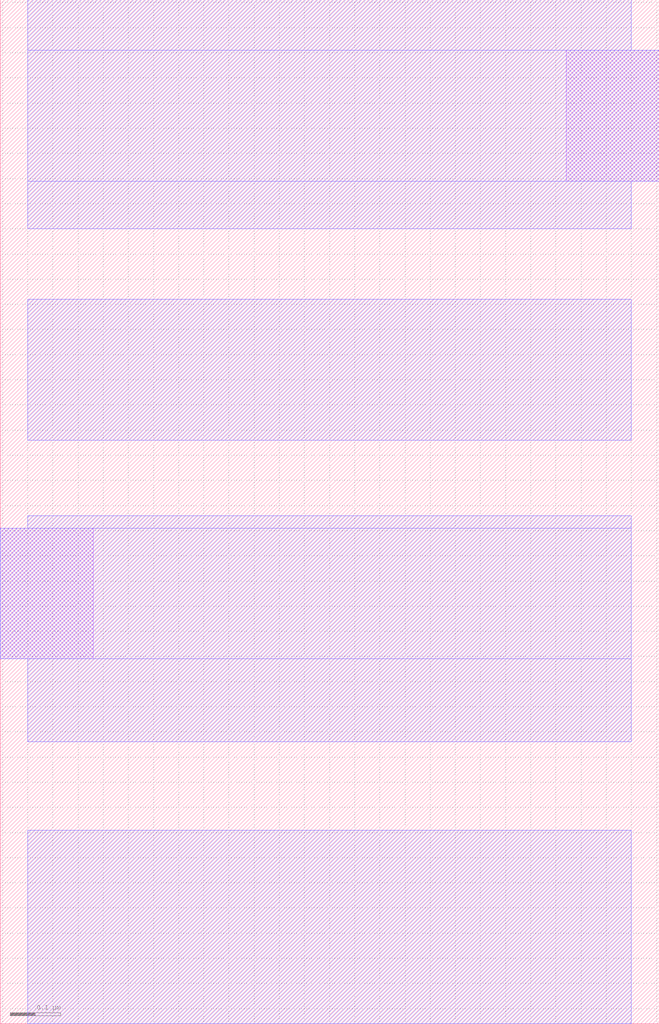
<source format=lef>
VERSION 5.7 ;
  NOWIREEXTENSIONATPIN ON ;
  DIVIDERCHAR "/" ;
  BUSBITCHARS "[]" ;
MACRO sky130_fd_bd_sram__sram_sp_colend_met2
  CLASS BLOCK ;
  FOREIGN sky130_fd_bd_sram__sram_sp_colend_met2 ;
  ORIGIN 0.055 -0.020 ;
  SIZE 1.310 BY 2.035 ;
  OBS
      LAYER met1 ;
        RECT 1.070 1.695 1.255 1.955 ;
        RECT -0.055 0.745 0.130 1.005 ;
      LAYER met2 ;
        RECT 0.000 1.955 1.200 2.055 ;
        RECT 0.000 1.695 1.255 1.955 ;
        RECT 0.000 1.600 1.200 1.695 ;
        RECT 0.000 1.180 1.200 1.460 ;
        RECT 0.000 1.005 1.200 1.030 ;
        RECT -0.055 0.745 1.200 1.005 ;
        RECT 0.000 0.580 1.200 0.745 ;
        RECT 0.000 0.020 1.200 0.405 ;
  END
END sky130_fd_bd_sram__sram_sp_colend_met2
END LIBRARY


</source>
